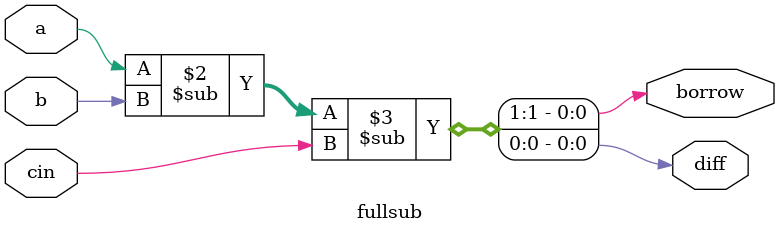
<source format=v>
module fullsub(diff,borrow,a,b,cin);
  input a,b,cin;
  output reg diff,borrow;
  always@(a or b or cin)
    {borrow,diff} = a-b-cin;
endmodule

</source>
